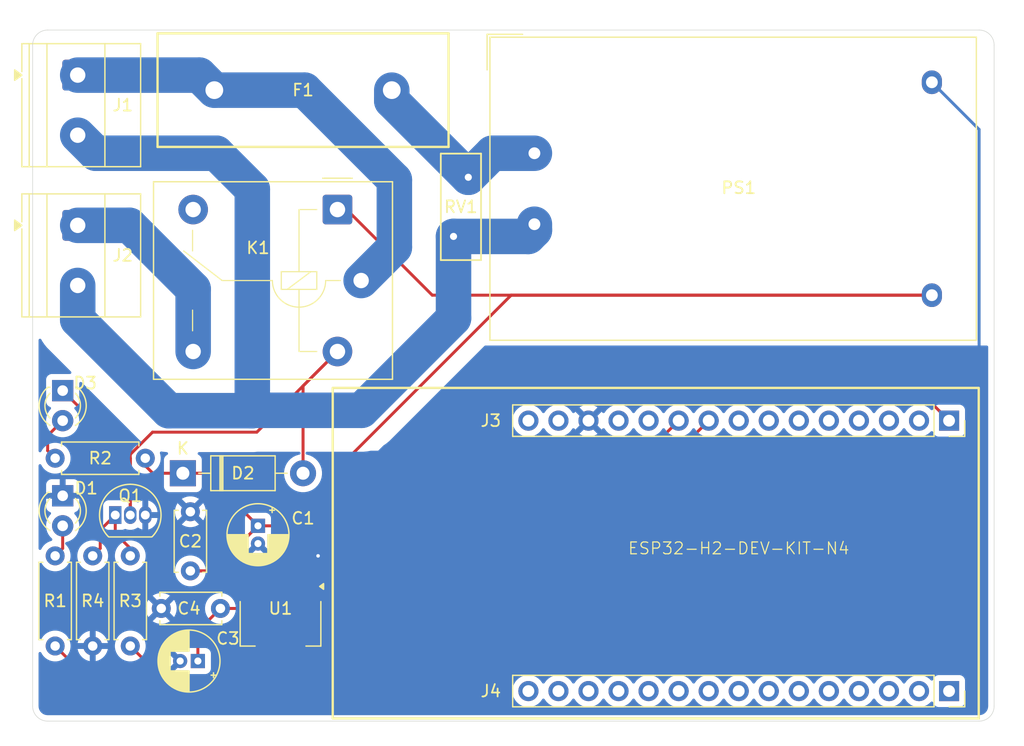
<source format=kicad_pcb>
(kicad_pcb (version 20241229) (generator "pcbnew") (generator_version "9.0")
  (layers (0 "F.Cu" signal) (2 "B.Cu" signal) (13 "F.Paste" user) (15 "B.Paste" user) (5 "F.SilkS" user "F.Silkscreen") (7 "B.SilkS" user "B.Silkscreen") (1 "F.Mask" user) (3 "B.Mask" user) (25 "Edge.Cuts" user))
  (net 0 "")
  (net 1 "+5V")
  (net 2 "GND")
  (net 3 "+3.3V")
  (net 4 "/LED_RUN")
  (net 5 "/RELAY_COIL")
  (net 6 "/LED_RELAY")
  (net 7 "L")
  (net 9 "/RELAY_CTRL")
  (net 15 "Net-(J3-Pin_9)")
  (net 37 "Net-(Q1-B)")
  (net 38 "N")
  (footprint "TerminalBlock_Phoenix:TerminalBlock_Phoenix_MKDS-1,5-2-5.08_1x02_P5.08mm_Horizontal" (layer "F.Cu") (at 38.1 73.66 -90)
    (property "Reference" "J2" (at 2.54 -3.81 180) (layer "F.SilkS"))
    (property "Value" "Screw_Terminal_01x02")
    (pad "1" thru_hole roundrect (at 0 0 270) (size 2.6 2.6) (drill 1.3) (layers "*.Cu" "*.Mask") (roundrect_rratio 0.096154) (net 7 "L"))
    (pad "2" thru_hole circle (at 5.08 0 270) (size 2.6 2.6) (drill 1.3) (layers "*.Cu" "*.Mask") (net 38 "N"))
  )
  (footprint "Package_TO_SOT_THT:TO-92_Inline" (layer "F.Cu") (at 41.275 98.15)
    (property "Reference" "Q1" (at 1.27 -1.63 0) (layer "F.SilkS"))
    (property "Value" "NPN, 40V, 500mA")
    (pad "1" thru_hole rect (at 0 0) (size 1.05 1.5) (drill 0.75) (layers "*.Cu" "*.Mask") (net 37 "Net-(Q1-B)"))
    (pad "2" thru_hole oval (at 1.27 0) (size 1.05 1.5) (drill 0.75) (layers "*.Cu" "*.Mask") (net 5 "/RELAY_COIL"))
    (pad "3" thru_hole oval (at 2.54 0) (size 1.05 1.5) (drill 0.75) (layers "*.Cu" "*.Mask") (net 2 "GND"))
  )
  (footprint "Converter_ACDC:Converter_ACDC_Hi-Link_HLK-5Mxx" (layer "F.Cu") (at 76.708 67.564)
    (property "Reference" "PS1" (at 17.272 2.921 0) (layer "F.SilkS"))
    (property "Value" "HLK-5M05")
    (pad "1" thru_hole rect (at 0 0) (size 1.7 2) (drill 1) (layers "*.Cu" "*.Mask") (net 7 "L"))
    (pad "2" thru_hole oval (at 0 6) (size 1.7 2) (drill 1) (layers "*.Cu" "*.Mask") (net 38 "N"))
    (pad "3" thru_hole oval (at 33.6 -6) (size 1.7 2) (drill 1) (layers "*.Cu" "*.Mask") (net 2 "GND"))
    (pad "4" thru_hole oval (at 33.6 12) (size 1.7 2) (drill 1) (layers "*.Cu" "*.Mask") (net 1 "+5V"))
  )
  (footprint "Connector_PinSocket_2.54mm:PinSocket_1x15_P2.54mm_Vertical" (layer "F.Cu") (at 111.76 113.03 -90)
    (property "Reference" "J4" (at 0 38.735 180) (layer "F.SilkS"))
    (property "Value" "Conn_01x15")
    (pad "1" thru_hole rect (at 0 0 270) (size 1.7 1.7) (drill 1) (layers "*.Cu" "*.Mask"))
    (pad "2" thru_hole circle (at 0 2.54 270) (size 1.7 1.7) (drill 1) (layers "*.Cu" "*.Mask"))
    (pad "3" thru_hole circle (at 0 5.08 270) (size 1.7 1.7) (drill 1) (layers "*.Cu" "*.Mask"))
    (pad "4" thru_hole circle (at 0 7.62 270) (size 1.7 1.7) (drill 1) (layers "*.Cu" "*.Mask"))
    (pad "5" thru_hole circle (at 0 10.16 270) (size 1.7 1.7) (drill 1) (layers "*.Cu" "*.Mask"))
    (pad "6" thru_hole circle (at 0 12.7 270) (size 1.7 1.7) (drill 1) (layers "*.Cu" "*.Mask"))
    (pad "7" thru_hole circle (at 0 15.24 270) (size 1.7 1.7) (drill 1) (layers "*.Cu" "*.Mask"))
    (pad "8" thru_hole circle (at 0 17.78 270) (size 1.7 1.7) (drill 1) (layers "*.Cu" "*.Mask"))
    (pad "9" thru_hole circle (at 0 20.32 270) (size 1.7 1.7) (drill 1) (layers "*.Cu" "*.Mask"))
    (pad "10" thru_hole circle (at 0 22.86 270) (size 1.7 1.7) (drill 1) (layers "*.Cu" "*.Mask"))
    (pad "11" thru_hole circle (at 0 25.4 270) (size 1.7 1.7) (drill 1) (layers "*.Cu" "*.Mask"))
    (pad "12" thru_hole circle (at 0 27.94 270) (size 1.7 1.7) (drill 1) (layers "*.Cu" "*.Mask"))
    (pad "13" thru_hole circle (at 0 30.48 270) (size 1.7 1.7) (drill 1) (layers "*.Cu" "*.Mask"))
    (pad "14" thru_hole circle (at 0 33.02 270) (size 1.7 1.7) (drill 1) (layers "*.Cu" "*.Mask"))
    (pad "15" thru_hole circle (at 0 35.56 270) (size 1.7 1.7) (drill 1) (layers "*.Cu" "*.Mask"))
  )
  (footprint "Package_TO_SOT_SMD:SOT-223-3_TabPin2" (layer "F.Cu") (at 55.245 107.315 -90)
    (property "Reference" "U1" (at -1.27 0 180) (layer "F.SilkS"))
    (property "Value" "LM1117MP-3.3")
    (pad "1" smd roundrect (at -3.15 -2.3 270) (size 2 1.5) (layers "F.Cu" "F.Mask" "F.Paste") (net 2 "GND"))
    (pad "2" smd roundrect (at -3.15 0 270) (size 2 1.5) (layers "F.Cu" "F.Mask" "F.Paste") (net 3 "+3.3V"))
    (pad "2" smd roundrect (at 3.15 0 270) (size 2 3.8) (layers "F.Cu" "F.Mask" "F.Paste") (net 3 "+3.3V"))
    (pad "3" smd roundrect (at -3.15 2.3 270) (size 2 1.5) (layers "F.Cu" "F.Mask" "F.Paste") (net 1 "+5V"))
  )
  (footprint "Resistor_THT:R_Axial_DIN0207_L6.3mm_D2.5mm_P7.62mm_Horizontal" (layer "F.Cu") (at 42.545 109.22 90)
    (property "Reference" "R3" (at 3.81 0 180) (layer "F.SilkS"))
    (property "Value" "330R")
    (pad "1" thru_hole circle (at 0 0 90) (size 1.6 1.6) (drill 0.8) (layers "*.Cu" "*.Mask") (net 9 "/RELAY_CTRL"))
    (pad "2" thru_hole oval (at 7.62 0 90) (size 1.6 1.6) (drill 0.8) (layers "*.Cu" "*.Mask") (net 37 "Net-(Q1-B)"))
  )
  (footprint "TerminalBlock_Phoenix:TerminalBlock_Phoenix_MKDS-1,5-2-5.08_1x02_P5.08mm_Horizontal" (layer "F.Cu") (at 38.1 60.96 -90)
    (property "Reference" "J1" (at 2.54 -3.81 180) (layer "F.SilkS"))
    (property "Value" "Screw_Terminal_01x02")
    (pad "1" thru_hole roundrect (at 0 0 270) (size 2.6 2.6) (drill 1.3) (layers "*.Cu" "*.Mask") (roundrect_rratio 0.096154) (net 7 "L"))
    (pad "2" thru_hole circle (at 5.08 0 270) (size 2.6 2.6) (drill 1.3) (layers "*.Cu" "*.Mask") (net 38 "N"))
  )
  (footprint "LED_THT:LED_D3.0mm" (layer "F.Cu") (at 36.83 96.52 -90)
    (property "Reference" "D1" (at -0.635 -1.987701 180) (layer "F.SilkS"))
    (property "Value" "Blue, 3V, 10mA")
    (pad "1" thru_hole rect (at 0 0 270) (size 1.8 1.8) (drill 0.9) (layers "*.Cu" "*.Mask") (net 2 "GND"))
    (pad "2" thru_hole circle (at 2.54 0 270) (size 1.8 1.8) (drill 0.9) (layers "*.Cu" "*.Mask") (net 4 "/LED_RUN"))
  )
  (footprint "Sivakov_Capacitors_THT:CP_Radial_D5.0mm_P1.50mm" (layer "F.Cu") (at 48.26 110.49 180)
    (property "Reference" "C3" (at -2.54 1.905 0) (layer "F.SilkS"))
    (property "Value" "22u")
    (pad "1" thru_hole rect (at 0 0 180) (size 1.2 1.2) (drill 0.6) (layers "*.Cu" "*.Mask") (net 3 "+3.3V"))
    (pad "2" thru_hole circle (at 1.5 0 180) (size 1.2 1.2) (drill 0.6) (layers "*.Cu" "*.Mask") (net 2 "GND"))
  )
  (footprint "Resistor_THT:R_Axial_DIN0207_L6.3mm_D2.5mm_P7.62mm_Horizontal" (layer "F.Cu") (at 43.815 93.345 180)
    (property "Reference" "R2" (at 3.81 0 0) (layer "F.SilkS"))
    (property "Value" "330R")
    (pad "1" thru_hole circle (at 0 0 180) (size 1.6 1.6) (drill 0.8) (layers "*.Cu" "*.Mask") (net 1 "+5V"))
    (pad "2" thru_hole oval (at 7.62 0 180) (size 1.6 1.6) (drill 0.8) (layers "*.Cu" "*.Mask") (net 6 "/LED_RELAY"))
  )
  (footprint "Connector_PinSocket_2.54mm:PinSocket_1x15_P2.54mm_Vertical" (layer "F.Cu") (at 111.76 90.17 -90)
    (property "Reference" "J3" (at 0 38.735 180) (layer "F.SilkS"))
    (property "Value" "Conn_01x15")
    (pad "1" thru_hole rect (at 0 0 270) (size 1.7 1.7) (drill 1) (layers "*.Cu" "*.Mask") (net 3 "+3.3V"))
    (pad "2" thru_hole circle (at 0 2.54 270) (size 1.7 1.7) (drill 1) (layers "*.Cu" "*.Mask"))
    (pad "3" thru_hole circle (at 0 5.08 270) (size 1.7 1.7) (drill 1) (layers "*.Cu" "*.Mask"))
    (pad "4" thru_hole circle (at 0 7.62 270) (size 1.7 1.7) (drill 1) (layers "*.Cu" "*.Mask"))
    (pad "5" thru_hole circle (at 0 10.16 270) (size 1.7 1.7) (drill 1) (layers "*.Cu" "*.Mask"))
    (pad "6" thru_hole circle (at 0 12.7 270) (size 1.7 1.7) (drill 1) (layers "*.Cu" "*.Mask"))
    (pad "7" thru_hole circle (at 0 15.24 270) (size 1.7 1.7) (drill 1) (layers "*.Cu" "*.Mask"))
    (pad "8" thru_hole circle (at 0 17.78 270) (size 1.7 1.7) (drill 1) (layers "*.Cu" "*.Mask"))
    (pad "9" thru_hole circle (at 0 20.32 270) (size 1.7 1.7) (drill 1) (layers "*.Cu" "*.Mask") (net 15 "Net-(J3-Pin_9)"))
    (pad "10" thru_hole circle (at 0 22.86 270) (size 1.7 1.7) (drill 1) (layers "*.Cu" "*.Mask") (net 9 "/RELAY_CTRL"))
    (pad "11" thru_hole circle (at 0 25.4 270) (size 1.7 1.7) (drill 1) (layers "*.Cu" "*.Mask"))
    (pad "12" thru_hole circle (at 0 27.94 270) (size 1.7 1.7) (drill 1) (layers "*.Cu" "*.Mask"))
    (pad "13" thru_hole circle (at 0 30.48 270) (size 1.7 1.7) (drill 1) (layers "*.Cu" "*.Mask") (net 2 "GND"))
    (pad "14" thru_hole circle (at 0 33.02 270) (size 1.7 1.7) (drill 1) (layers "*.Cu" "*.Mask"))
    (pad "15" thru_hole circle (at 0 35.56 270) (size 1.7 1.7) (drill 1) (layers "*.Cu" "*.Mask"))
  )
  (footprint "Resistor_THT:R_Axial_DIN0207_L6.3mm_D2.5mm_P7.62mm_Horizontal" (layer "F.Cu") (at 39.37 101.6 -90)
    (property "Reference" "R4" (at 3.81 0 180) (layer "F.SilkS"))
    (property "Value" "10k")
    (pad "1" thru_hole circle (at 0 0 270) (size 1.6 1.6) (drill 0.8) (layers "*.Cu" "*.Mask") (net 37 "Net-(Q1-B)"))
    (pad "2" thru_hole oval (at 7.62 0 270) (size 1.6 1.6) (drill 0.8) (layers "*.Cu" "*.Mask") (net 2 "GND"))
  )
  (footprint "Capacitor_THT:C_Disc_D5.0mm_W2.5mm_P5.00mm" (layer "F.Cu") (at 47.625 102.87 90)
    (property "Reference" "C2" (at 2.5 0 180) (layer "F.SilkS"))
    (property "Value" "100n")
    (pad "1" thru_hole circle (at 0 0 90) (size 1.6 1.6) (drill 0.8) (layers "*.Cu" "*.Mask") (net 1 "+5V"))
    (pad "2" thru_hole circle (at 5 0 90) (size 1.6 1.6) (drill 0.8) (layers "*.Cu" "*.Mask") (net 2 "GND"))
  )
  (footprint "Diode_THT:D_DO-41_SOD81_P10.16mm_Horizontal" (layer "F.Cu") (at 46.99 94.615)
    (property "Reference" "D2" (at 5.08 0 0) (layer "F.SilkS"))
    (property "Value" "40V, 1A")
    (fp_text user "K" (at 0 -2.1 0) (layer "F.SilkS"))
    (pad "1" thru_hole rect (at 0 0) (size 2.2 2.2) (drill 1.1) (layers "*.Cu" "*.Mask") (net 1 "+5V"))
    (pad "2" thru_hole oval (at 10.16 0) (size 2.2 2.2) (drill 1.1) (layers "*.Cu" "*.Mask") (net 5 "/RELAY_COIL"))
  )
  (footprint "Resistor_THT:R_Axial_DIN0207_L6.3mm_D2.5mm_P7.62mm_Horizontal" (layer "F.Cu") (at 36.195 101.6 -90)
    (property "Reference" "R1" (at 3.81 0 180) (layer "F.SilkS"))
    (property "Value" "220R")
    (pad "1" thru_hole circle (at 0 0 270) (size 1.6 1.6) (drill 0.8) (layers "*.Cu" "*.Mask") (net 4 "/LED_RUN"))
    (pad "2" thru_hole oval (at 7.62 0 270) (size 1.6 1.6) (drill 0.8) (layers "*.Cu" "*.Mask") (net 15 "Net-(J3-Pin_9)"))
  )
  (footprint "Sivakov_FuseHolders_THT:FuseHolder_THT_5x20mm_PTF76_RM15mm" (layer "F.Cu") (at 57.15 62.23 180)
    (property "Reference" "F1" (at 0 0 0) (layer "F.SilkS"))
    (property "Value" "T250mA 250V")
    (pad "1" thru_hole circle (at -7.5 0 180) (size 2.5 2.5) (drill 1.5) (layers "*.Cu" "*.Mask") (net 7 "L"))
    (pad "2" thru_hole circle (at 7.5 0 180) (size 2.25 2.25) (drill 1.5) (layers "*.Cu" "*.Mask") (net 7 "L"))
  )
  (footprint "Varistor:RV_Disc_D9mm_W3.4mm_P5mm" (layer "F.Cu") (at 71.12 69.596 -90)
    (property "Reference" "RV1" (at 2.5 0.635 180) (layer "F.SilkS"))
    (property "Value" "275V")
    (pad "1" thru_hole circle (at 0 0 270) (size 1.6 1.6) (drill 0.6) (layers "*.Cu" "*.Mask") (net 7 "L"))
    (pad "2" thru_hole circle (at 5 1.25 270) (size 1.6 1.6) (drill 0.6) (layers "*.Cu" "*.Mask") (net 38 "N"))
  )
  (footprint "Sivakov_Capacitors_THT:CP_Radial_D5.0mm_P1.50mm" (layer "F.Cu") (at 53.34 99.06 -90)
    (property "Reference" "C1" (at -0.635 -3.81 180) (layer "F.SilkS"))
    (property "Value" "22u")
    (pad "1" thru_hole rect (at 0 0 270) (size 1.2 1.2) (drill 0.6) (layers "*.Cu" "*.Mask") (net 1 "+5V"))
    (pad "2" thru_hole circle (at 1.5 0 270) (size 1.2 1.2) (drill 0.6) (layers "*.Cu" "*.Mask") (net 2 "GND"))
  )
  (footprint "Capacitor_THT:C_Disc_D5.0mm_W2.5mm_P5.00mm" (layer "F.Cu") (at 50.165 106.045 180)
    (property "Reference" "C4" (at 2.655 0 0) (layer "F.SilkS"))
    (property "Value" "100n")
    (pad "1" thru_hole circle (at 0 0 180) (size 1.6 1.6) (drill 0.8) (layers "*.Cu" "*.Mask") (net 3 "+3.3V"))
    (pad "2" thru_hole circle (at 5 0 180) (size 1.6 1.6) (drill 0.8) (layers "*.Cu" "*.Mask") (net 2 "GND"))
  )
  (footprint "LED_THT:LED_D3.0mm" (layer "F.Cu") (at 36.83 87.63 -90)
    (property "Reference" "D3" (at -0.635 -1.905 180) (layer "F.SilkS"))
    (property "Value" "Red, 2V, 10mA")
    (pad "1" thru_hole rect (at 0 0 270) (size 1.8 1.8) (drill 0.9) (layers "*.Cu" "*.Mask") (net 5 "/RELAY_COIL"))
    (pad "2" thru_hole circle (at 2.54 0 270) (size 1.8 1.8) (drill 0.9) (layers "*.Cu" "*.Mask") (net 6 "/LED_RELAY"))
  )
  (footprint "Sivakov_Relays_THT:Relay_SPDT_Relpol-RM51" (layer "F.Cu") (at 62.06 78.3245 -90)
    (property "Reference" "K1" (at -2.7595 8.72 180) (layer "F.SilkS"))
    (property "Value" "SPDT, 5V 72R, 10A 250VAC")
    (pad "11" thru_hole circle (at 0 0 270) (size 2.5 2.5) (drill 1.3) (layers "*.Cu" "*.Mask") (net 7 "L"))
    (pad "12" thru_hole oval (at -6 14.2 270) (size 2.5 2.5) (drill 1.3) (layers "*.Cu" "*.Mask"))
    (pad "14" thru_hole oval (at 6 14.2 270) (size 2.5 2.5) (drill 1.3) (layers "*.Cu" "*.Mask") (net 7 "L"))
    (pad "A1" thru_hole oval (at 6 2 270) (size 2.5 2.5) (drill 1.3) (layers "*.Cu" "*.Mask") (net 5 "/RELAY_COIL"))
    (pad "A2" thru_hole roundrect (at -6 2 270) (size 2.5 2.5) (drill 1.3) (layers "*.Cu" "*.Mask") (roundrect_rratio 0.1) (net 1 "+5V"))
  )
  (gr_poly (pts (xy 114.27 87.401) (xy 59.66 87.401) (xy 59.66 115.341) (xy 114.27 115.341)) (stroke (width 0.2)) (fill no) (layer "F.SilkS"))
  (gr_arc (start 35.56 115.57) (mid 34.661974 115.198026) (end 34.29 114.3) (stroke (width 0.05)) (layer "Edge.Cuts"))
  (gr_arc (start 34.29 58.42) (mid 34.661974 57.521974) (end 35.56 57.15) (stroke (width 0.05)) (layer "Edge.Cuts"))
  (gr_line (start 34.29 114.3) (end 34.29 58.42) (stroke (width 0.05)) (layer "Edge.Cuts"))
  (gr_arc (start 114.3 57.15) (mid 115.198026 57.521974) (end 115.57 58.42) (stroke (width 0.05)) (layer "Edge.Cuts"))
  (gr_line (start 114.3 115.57) (end 35.56 115.57) (stroke (width 0.05)) (layer "Edge.Cuts"))
  (gr_arc (start 115.57 114.3) (mid 115.198026 115.198026) (end 114.3 115.57) (stroke (width 0.05)) (layer "Edge.Cuts"))
  (gr_line (start 115.57 58.42) (end 115.57 114.3) (stroke (width 0.05)) (layer "Edge.Cuts"))
  (gr_line (start 35.56 57.15) (end 114.3 57.15) (stroke (width 0.05)) (layer "Edge.Cuts"))
  (gr_text "ESP32-H2-DEV-KIT-N4" (at 93.98 100.965 0) (layer "F.SilkS") (effects (font (size 1 1) (thickness 0.1))))
  (segment (start 60.834385 72.3245) (end 60.06 72.3245) (width 0.25) (layer "F.Cu") (net 1))
  (segment (start 51.65 102.87) (end 52.945 104.165) (width 0.25) (layer "F.Cu") (net 1))
  (segment (start 46.99 94.615) (end 44.45 94.615) (width 0.25) (layer "F.Cu") (net 1))
  (segment (start 53.34 99.06) (end 55.245 99.06) (width 0.25) (layer "F.Cu") (net 1))
  (segment (start 110.308 79.564) (end 110.308 80.072) (width 0.25) (layer "F.Cu") (net 1))
  (segment (start 47.625 102.87) (end 51.65 102.87) (width 0.25) (layer "F.Cu") (net 1))
  (segment (start 55.245 99.06) (end 74.741 79.564) (width 0.25) (layer "F.Cu") (net 1))
  (segment (start 44.45 94.615) (end 43.815 93.98) (width 0.25) (layer "F.Cu") (net 1))
  (segment (start 43.815 93.98) (end 43.815 93.345) (width 0.25) (layer "F.Cu") (net 1))
  (segment (start 110.308 79.564) (end 68.073885 79.564) (width 0.25) (layer "F.Cu") (net 1))
  (segment (start 74.741 79.564) (end 110.308 79.564) (width 0.25) (layer "F.Cu") (net 1))
  (segment (start 52.945 104.165) (end 52.31 104.165) (width 0.25) (layer "F.Cu") (net 1))
  (segment (start 47.625 102.87) (end 49.53 102.87) (width 0.25) (layer "F.Cu") (net 1))
  (segment (start 49.53 102.87) (end 53.34 99.06) (width 0.25) (layer "F.Cu") (net 1))
  (segment (start 48.895 94.615) (end 53.34 99.06) (width 0.25) (layer "F.Cu") (net 1))
  (segment (start 46.99 94.615) (end 48.895 94.615) (width 0.25) (layer "F.Cu") (net 1))
  (segment (start 68.073885 79.564) (end 60.834385 72.3245) (width 0.25) (layer "F.Cu") (net 1))
  (segment (start 57.545 102.475) (end 58.42 101.6) (width 0.25) (layer "F.Cu") (net 2))
  (segment (start 57.545 104.165) (end 57.545 102.475) (width 0.25) (layer "F.Cu") (net 2))
  (via (at 58.42 101.6) (size 0.6) (drill 0.3) (layers "F.Cu" "B.Cu") (net 2))
  (segment (start 114.3 65.556) (end 114.3 85.09) (width 0.25) (layer "B.Cu") (net 2))
  (segment (start 110.308 61.564) (end 114.3 65.556) (width 0.25) (layer "B.Cu") (net 2))
  (segment (start 73.025 85.725) (end 107.315 85.725) (width 0.25) (layer "F.Cu") (net 3))
  (segment (start 55.245 104.165) (end 55.245 103.505) (width 0.25) (layer "F.Cu") (net 3))
  (segment (start 48.26 107.95) (end 50.165 106.045) (width 0.25) (layer "F.Cu") (net 3))
  (segment (start 48.26 110.49) (end 48.26 107.95) (width 0.25) (layer "F.Cu") (net 3))
  (segment (start 50.165 106.045) (end 53.365 106.045) (width 0.25) (layer "F.Cu") (net 3))
  (segment (start 55.245 103.505) (end 73.025 85.725) (width 0.25) (layer "F.Cu") (net 3))
  (segment (start 107.315 85.725) (end 111.76 90.17) (width 0.25) (layer "F.Cu") (net 3))
  (segment (start 55.245 104.8) (end 55.245 104.165) (width 0.25) (layer "F.Cu") (net 3))
  (segment (start 53.365 106.045) (end 55.245 104.165) (width 0.25) (layer "F.Cu") (net 3))
  (segment (start 36.83 99.06) (end 36.83 100.965) (width 0.25) (layer "F.Cu") (net 4))
  (segment (start 36.83 100.965) (end 36.195 101.6) (width 0.25) (layer "F.Cu") (net 4))
  (segment (start 53.2415 91.143) (end 60.06 84.3245) (width 0.25) (layer "F.Cu") (net 5))
  (segment (start 42.545 93.022595) (end 44.424595 91.143) (width 0.25) (layer "F.Cu") (net 5))
  (segment (start 42.545 98.15) (end 42.545 93.345) (width 0.25) (layer "F.Cu") (net 5))
  (segment (start 57.15 94.615) (end 57.15 87.2345) (width 0.25) (layer "F.Cu") (net 5))
  (segment (start 42.545 98.15) (end 42.545 93.022595) (width 0.25) (layer "F.Cu") (net 5))
  (segment (start 44.424595 91.143) (end 53.2415 91.143) (width 0.25) (layer "F.Cu") (net 5))
  (segment (start 42.545 93.345) (end 36.83 87.63) (width 0.25) (layer "F.Cu") (net 5))
  (segment (start 57.15 87.2345) (end 60.06 84.3245) (width 0.25) (layer "F.Cu") (net 5))
  (segment (start 35.56 92.71) (end 35.56 91.44) (width 0.25) (layer "F.Cu") (net 6))
  (segment (start 36.195 93.345) (end 35.56 92.71) (width 0.25) (layer "F.Cu") (net 6))
  (segment (start 35.56 91.44) (end 36.83 90.17) (width 0.25) (layer "F.Cu") (net 6))
  (segment (start 42.476571 73.66) (end 47.86 79.043429) (width 3) (layer "B.Cu") (net 7))
  (segment (start 57.277142 62.23) (end 64.869 69.821858) (width 3) (layer "B.Cu") (net 7))
  (segment (start 76.708 67.564) (end 73.152 67.564) (width 3) (layer "B.Cu") (net 7))
  (segment (start 47.86 79.043429) (end 47.86 84.3245) (width 3) (layer "B.Cu") (net 7))
  (segment (start 49.65 62.23) (end 57.277142 62.23) (width 3) (layer "B.Cu") (net 7))
  (segment (start 38.1 60.96) (end 48.38 60.96) (width 3) (layer "B.Cu") (net 7))
  (segment (start 73.152 67.564) (end 71.12 69.596) (width 3) (layer "B.Cu") (net 7))
  (segment (start 64.65 63.126) (end 71.12 69.596) (width 3) (layer "B.Cu") (net 7))
  (segment (start 64.869 69.821858) (end 64.869 75.5155) (width 3) (layer "B.Cu") (net 7))
  (segment (start 48.38 60.96) (end 49.65 62.23) (width 3) (layer "B.Cu") (net 7))
  (segment (start 64.65 62.23) (end 64.65 63.126) (width 3) (layer "B.Cu") (net 7))
  (segment (start 64.869 75.5155) (end 62.06 78.3245) (width 3) (layer "B.Cu") (net 7))
  (segment (start 38.1 73.66) (end 42.476571 73.66) (width 3) (layer "B.Cu") (net 7))
  (segment (start 65.914 113.156) (end 88.9 90.17) (width 0.25) (layer "F.Cu") (net 9))
  (segment (start 42.545 109.22) (end 46.481 113.156) (width 0.25) (layer "F.Cu") (net 9))
  (segment (start 46.481 113.156) (end 65.914 113.156) (width 0.25) (layer "F.Cu") (net 9))
  (segment (start 36.195 109.22) (end 40.582 113.607) (width 0.25) (layer "F.Cu") (net 15))
  (segment (start 40.582 113.607) (end 68.003 113.607) (width 0.25) (layer "F.Cu") (net 15))
  (segment (start 68.003 113.607) (end 91.44 90.17) (width 0.25) (layer "F.Cu") (net 15))
  (segment (start 39.37 101.6) (end 40.005 100.965) (width 0.25) (layer "F.Cu") (net 37))
  (segment (start 42.545 101.6) (end 42.545 100.965) (width 0.25) (layer "F.Cu") (net 37))
  (segment (start 41.275 99.695) (end 41.275 98.15) (width 0.25) (layer "F.Cu") (net 37))
  (segment (start 42.545 100.965) (end 41.275 99.695) (width 0.25) (layer "F.Cu") (net 37))
  (segment (start 40.005 100.965) (end 40.005 99.42) (width 0.25) (layer "F.Cu") (net 37))
  (segment (start 40.005 99.42) (end 41.275 98.15) (width 0.25) (layer "F.Cu") (net 37))
  (segment (start 38.1 81.636982) (end 45.788518 89.3255) (width 3) (layer "B.Cu") (net 38))
  (segment (start 38.1 66.04) (end 39.624 67.564) (width 3) (layer "B.Cu") (net 38))
  (segment (start 76.708 73.564) (end 76.708 74.072) (width 3) (layer "B.Cu") (net 38))
  (segment (start 69.87 81.514) (end 62.0875 89.2965) (width 3) (layer "B.Cu") (net 38))
  (segment (start 52.861 89.2965) (end 52.832 89.3255) (width 3) (layer "B.Cu") (net 38))
  (segment (start 69.87 74.596) (end 69.87 81.514) (width 3) (layer "B.Cu") (net 38))
  (segment (start 49.818429 67.564) (end 52.861 70.606571) (width 3) (layer "B.Cu") (net 38))
  (segment (start 38.1 78.74) (end 38.1 81.636982) (width 3) (layer "B.Cu") (net 38))
  (segment (start 45.788518 89.3255) (end 52.832 89.3255) (width 3) (layer "B.Cu") (net 38))
  (segment (start 76.183 74.597) (end 69.87 74.597) (width 3) (layer "B.Cu") (net 38))
  (segment (start 62.0875 89.2965) (end 52.861 89.2965) (width 3) (layer "B.Cu") (net 38))
  (segment (start 52.861 70.606571) (end 52.861 89.2965) (width 3) (layer "B.Cu") (net 38))
  (segment (start 39.624 67.564) (end 49.818429 67.564) (width 3) (layer "B.Cu") (net 38))
  (segment (start 76.708 74.072) (end 76.183 74.597) (width 3) (layer "B.Cu") (net 38))
  (zone (net 3) (net_name "+3.3V") (layer "F.Cu") (connect_pads yes (clearance 0.5)) (min_thickness 0.25) (fill yes (thermal_gap 0.5) (thermal_bridge_width 0.5))
    (polygon (pts (xy 51.435 107.315) (xy 59.055 107.315) (xy 59.055 113.03) (xy 51.435 113.03)))
  )
  (zone (net 2) (net_name "GND") (layer "B.Cu") (priority 1) (connect_pads (clearance 0.5)) (min_thickness 0.25) (fill yes (thermal_gap 0.5) (thermal_bridge_width 0.5))
    (polygon (pts (xy 31.75 54.61) (xy 118.11 54.61) (xy 118.11 116.84) (xy 31.75 116.84)))
  )
  (zone (net 0) (net_name "") (layer "B.Cu") (connect_pads (clearance 0)) (min_thickness 0.25)
    (keepout (tracks allowed) (vias allowed) (pads allowed) (copperpour not_allowed) (footprints allowed))
    (fill (thermal_gap 0.5) (thermal_bridge_width 0.5))
    (polygon (pts (xy 33.02 55.88) (xy 33.02 81.28) (xy 44.45 92.71) (xy 63.5 92.71) (xy 72.39 83.82) (xy 116.84 83.82) (xy 116.84 55.88)))
  )
)
</source>
